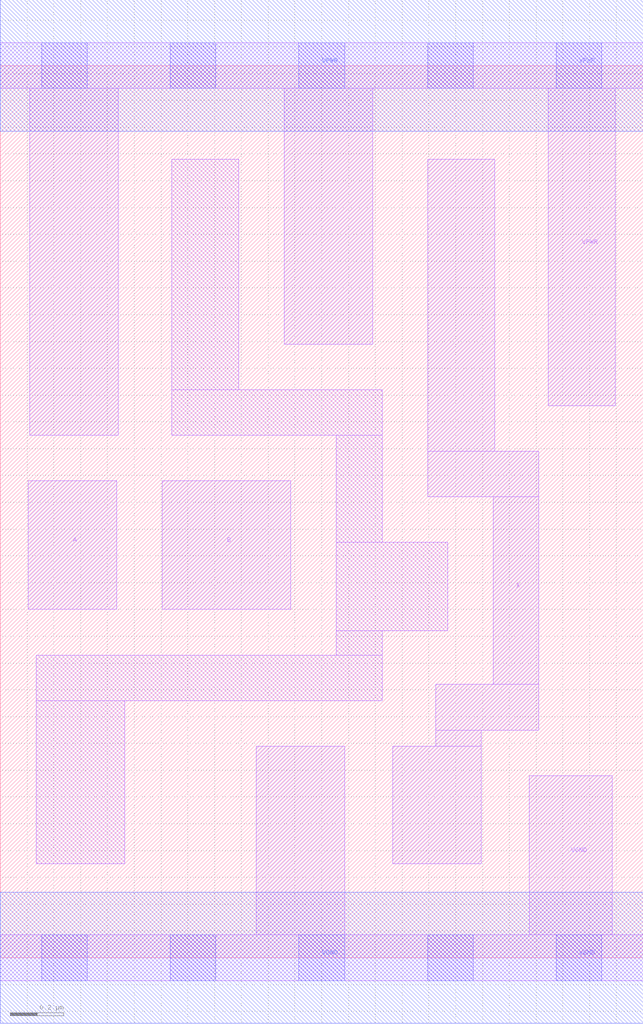
<source format=lef>
# Copyright 2020 The SkyWater PDK Authors
#
# Licensed under the Apache License, Version 2.0 (the "License");
# you may not use this file except in compliance with the License.
# You may obtain a copy of the License at
#
#     https://www.apache.org/licenses/LICENSE-2.0
#
# Unless required by applicable law or agreed to in writing, software
# distributed under the License is distributed on an "AS IS" BASIS,
# WITHOUT WARRANTIES OR CONDITIONS OF ANY KIND, either express or implied.
# See the License for the specific language governing permissions and
# limitations under the License.
#
# SPDX-License-Identifier: Apache-2.0

VERSION 5.7 ;
  NAMESCASESENSITIVE ON ;
  NOWIREEXTENSIONATPIN ON ;
  DIVIDERCHAR "/" ;
  BUSBITCHARS "[]" ;
UNITS
  DATABASE MICRONS 200 ;
END UNITS
MACRO sky130_fd_sc_hs__and2_2
  CLASS CORE ;
  SOURCE USER ;
  FOREIGN sky130_fd_sc_hs__and2_2 ;
  ORIGIN  0.000000  0.000000 ;
  SIZE  2.400000 BY  3.330000 ;
  SYMMETRY X Y ;
  SITE unit ;
  PIN A
    ANTENNAGATEAREA  0.261000 ;
    DIRECTION INPUT ;
    USE SIGNAL ;
    PORT
      LAYER li1 ;
        RECT 0.105000 1.300000 0.435000 1.780000 ;
    END
  END A
  PIN B
    ANTENNAGATEAREA  0.261000 ;
    DIRECTION INPUT ;
    USE SIGNAL ;
    PORT
      LAYER li1 ;
        RECT 0.605000 1.300000 1.085000 1.780000 ;
    END
  END B
  PIN X
    ANTENNADIFFAREA  0.543200 ;
    DIRECTION OUTPUT ;
    USE SIGNAL ;
    PORT
      LAYER li1 ;
        RECT 1.465000 0.350000 1.795000 0.790000 ;
        RECT 1.595000 1.720000 2.010000 1.890000 ;
        RECT 1.595000 1.890000 1.845000 2.980000 ;
        RECT 1.625000 0.790000 1.795000 0.850000 ;
        RECT 1.625000 0.850000 2.010000 1.020000 ;
        RECT 1.840000 1.020000 2.010000 1.720000 ;
    END
  END X
  PIN VGND
    DIRECTION INOUT ;
    USE GROUND ;
    PORT
      LAYER li1 ;
        RECT 0.000000 -0.085000 2.400000 0.085000 ;
        RECT 0.955000  0.085000 1.285000 0.790000 ;
        RECT 1.975000  0.085000 2.285000 0.680000 ;
      LAYER mcon ;
        RECT 0.155000 -0.085000 0.325000 0.085000 ;
        RECT 0.635000 -0.085000 0.805000 0.085000 ;
        RECT 1.115000 -0.085000 1.285000 0.085000 ;
        RECT 1.595000 -0.085000 1.765000 0.085000 ;
        RECT 2.075000 -0.085000 2.245000 0.085000 ;
      LAYER met1 ;
        RECT 0.000000 -0.245000 2.400000 0.245000 ;
    END
  END VGND
  PIN VPWR
    DIRECTION INOUT ;
    USE POWER ;
    PORT
      LAYER li1 ;
        RECT 0.000000 3.245000 2.400000 3.415000 ;
        RECT 0.110000 1.950000 0.440000 3.245000 ;
        RECT 1.060000 2.290000 1.390000 3.245000 ;
        RECT 2.045000 2.060000 2.295000 3.245000 ;
      LAYER mcon ;
        RECT 0.155000 3.245000 0.325000 3.415000 ;
        RECT 0.635000 3.245000 0.805000 3.415000 ;
        RECT 1.115000 3.245000 1.285000 3.415000 ;
        RECT 1.595000 3.245000 1.765000 3.415000 ;
        RECT 2.075000 3.245000 2.245000 3.415000 ;
      LAYER met1 ;
        RECT 0.000000 3.085000 2.400000 3.575000 ;
    END
  END VPWR
  OBS
    LAYER li1 ;
      RECT 0.135000 0.350000 0.465000 0.960000 ;
      RECT 0.135000 0.960000 1.425000 1.130000 ;
      RECT 0.640000 1.950000 1.425000 2.120000 ;
      RECT 0.640000 2.120000 0.890000 2.980000 ;
      RECT 1.255000 1.130000 1.425000 1.220000 ;
      RECT 1.255000 1.220000 1.670000 1.550000 ;
      RECT 1.255000 1.550000 1.425000 1.950000 ;
  END
END sky130_fd_sc_hs__and2_2

</source>
